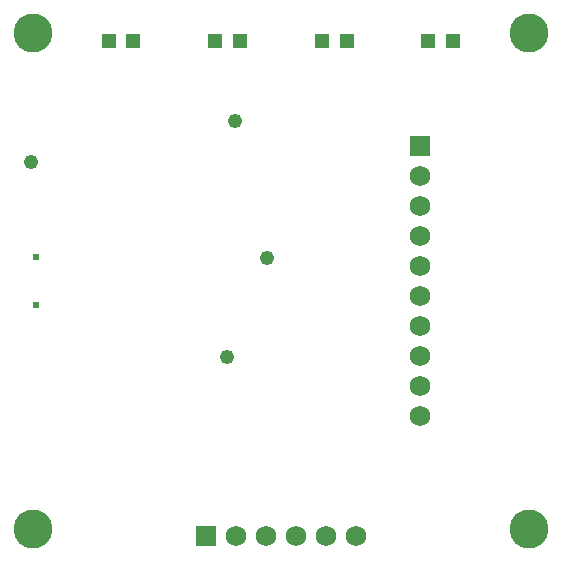
<source format=gbs>
G75*
%MOIN*%
%OFA0B0*%
%FSLAX25Y25*%
%IPPOS*%
%LPD*%
%AMOC8*
5,1,8,0,0,1.08239X$1,22.5*
%
%ADD10R,0.05124X0.05124*%
%ADD11C,0.12998*%
%ADD12C,0.02369*%
%ADD13R,0.06825X0.06825*%
%ADD14C,0.06825*%
%ADD15R,0.06837X0.06837*%
%ADD16C,0.06837*%
%ADD17C,0.04900*%
D10*
X0097114Y0241500D03*
X0105382Y0241500D03*
X0132646Y0241500D03*
X0140913Y0241500D03*
X0168177Y0241500D03*
X0176445Y0241500D03*
X0203705Y0241500D03*
X0211972Y0241500D03*
D11*
X0071866Y0078823D03*
X0237220Y0078823D03*
X0237220Y0244177D03*
X0071866Y0244177D03*
D12*
X0073008Y0169374D03*
X0073008Y0153626D03*
D13*
X0129543Y0076500D03*
D14*
X0139543Y0076500D03*
X0149543Y0076500D03*
X0159543Y0076500D03*
X0169543Y0076500D03*
X0179543Y0076500D03*
D15*
X0200961Y0206500D03*
D16*
X0200961Y0196500D03*
X0200961Y0186500D03*
X0200961Y0176500D03*
X0200961Y0166500D03*
X0200961Y0156500D03*
X0200961Y0146500D03*
X0200961Y0136500D03*
X0200961Y0126500D03*
X0200961Y0116500D03*
D17*
X0136731Y0136313D03*
X0150043Y0169125D03*
X0139291Y0214835D03*
X0071106Y0201062D03*
M02*

</source>
